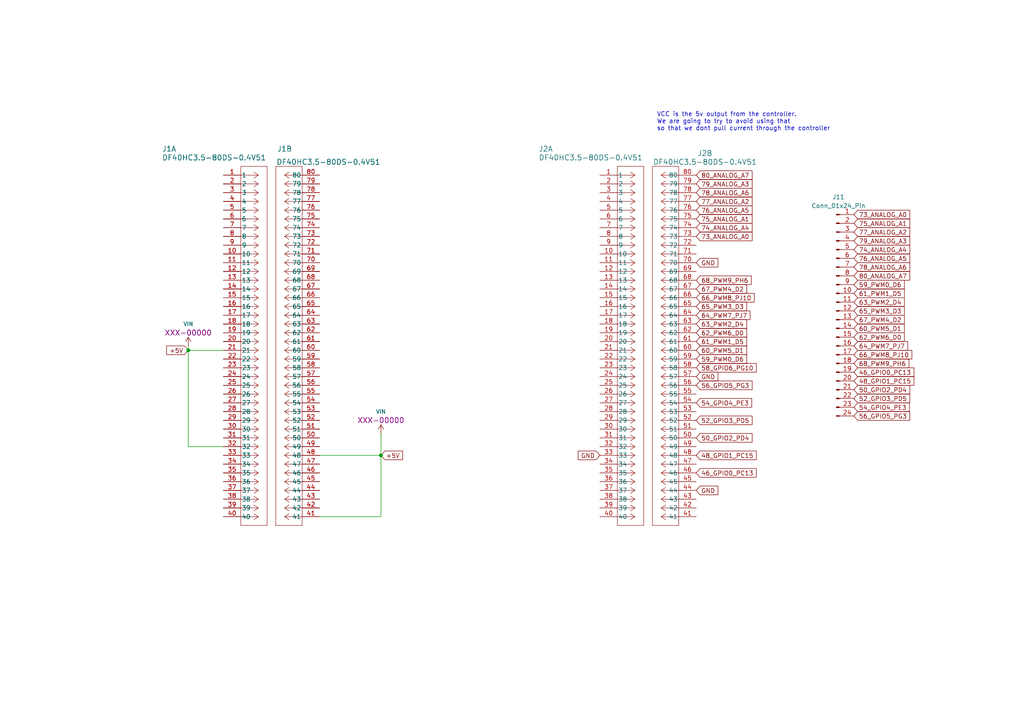
<source format=kicad_sch>
(kicad_sch (version 20231120) (generator "eeschema") (generator_version "8.0")
  (paper "A4")
  (lib_symbols
    (symbol "Connector:Conn_01x24_Pin" (pin_names (offset 1.016) hide)
      (property "Reference" "J" (at 0 30.48 0))
      (property "Value" "Conn_01x24_Pin" (at 0 -33.02 0))
      (symbol "Conn_01x24_Pin_1_1"
        (pin passive line (at 5.08 27.94 180) (length 3.81) (name "Pin_1") (number "1"))
        (pin passive line (at 5.08 5.08 180) (length 3.81) (name "Pin_10") (number "10"))
        (pin passive line (at 5.08 2.54 180) (length 3.81) (name "Pin_11") (number "11"))
        (pin passive line (at 5.08 0 180) (length 3.81) (name "Pin_12") (number "12"))
        (pin passive line (at 5.08 -2.54 180) (length 3.81) (name "Pin_13") (number "13"))
        (pin passive line (at 5.08 -5.08 180) (length 3.81) (name "Pin_14") (number "14"))
        (pin passive line (at 5.08 -7.62 180) (length 3.81) (name "Pin_15") (number "15"))
        (pin passive line (at 5.08 -10.16 180) (length 3.81) (name "Pin_16") (number "16"))
        (pin passive line (at 5.08 -12.7 180) (length 3.81) (name "Pin_17") (number "17"))
        (pin passive line (at 5.08 -15.24 180) (length 3.81) (name "Pin_18") (number "18"))
        (pin passive line (at 5.08 -17.78 180) (length 3.81) (name "Pin_19") (number "19"))
        (pin passive line (at 5.08 25.4 180) (length 3.81) (name "Pin_2") (number "2"))
        (pin passive line (at 5.08 -20.32 180) (length 3.81) (name "Pin_20") (number "20"))
        (pin passive line (at 5.08 -22.86 180) (length 3.81) (name "Pin_21") (number "21"))
        (pin passive line (at 5.08 -25.4 180) (length 3.81) (name "Pin_22") (number "22"))
        (pin passive line (at 5.08 -27.94 180) (length 3.81) (name "Pin_23") (number "23"))
        (pin passive line (at 5.08 -30.48 180) (length 3.81) (name "Pin_24") (number "24"))
        (pin passive line (at 5.08 22.86 180) (length 3.81) (name "Pin_3") (number "3"))
        (pin passive line (at 5.08 20.32 180) (length 3.81) (name "Pin_4") (number "4"))
        (pin passive line (at 5.08 17.78 180) (length 3.81) (name "Pin_5") (number "5"))
        (pin passive line (at 5.08 15.24 180) (length 3.81) (name "Pin_6") (number "6"))
        (pin passive line (at 5.08 12.7 180) (length 3.81) (name "Pin_7") (number "7"))
        (pin passive line (at 5.08 10.16 180) (length 3.81) (name "Pin_8") (number "8"))
        (pin passive line (at 5.08 7.62 180) (length 3.81) (name "Pin_9") (number "9"))
      )
    )
    (symbol "DF40HC(3.5)-80DS-0.4V(51):DF40HC3.5-80DS-0.4V51" (pin_names (offset 0.254))
      (property "Reference" "J" (at 8.89 6.35 0))
      (property "Value" "DF40HC3.5-80DS-0.4V51" (at 0 2.54 0))
      (symbol "DF40HC3.5-80DS-0.4V51_1_1"
        (pin unspecified line (at 0 0 0) (length 5.08) (name "1") (number "1"))
        (pin unspecified line (at 0 -22.86 0) (length 5.08) (name "10") (number "10"))
        (pin unspecified line (at 0 -25.4 0) (length 5.08) (name "11") (number "11"))
        (pin unspecified line (at 0 -27.94 0) (length 5.08) (name "12") (number "12"))
        (pin unspecified line (at 0 -30.48 0) (length 5.08) (name "13") (number "13"))
        (pin unspecified line (at 0 -33.02 0) (length 5.08) (name "14") (number "14"))
        (pin unspecified line (at 0 -35.56 0) (length 5.08) (name "15") (number "15"))
        (pin unspecified line (at 0 -38.1 0) (length 5.08) (name "16") (number "16"))
        (pin unspecified line (at 0 -40.64 0) (length 5.08) (name "17") (number "17"))
        (pin unspecified line (at 0 -43.18 0) (length 5.08) (name "18") (number "18"))
        (pin unspecified line (at 0 -45.72 0) (length 5.08) (name "19") (number "19"))
        (pin unspecified line (at 0 -2.54 0) (length 5.08) (name "2") (number "2"))
        (pin unspecified line (at 0 -48.26 0) (length 5.08) (name "20") (number "20"))
        (pin unspecified line (at 0 -50.8 0) (length 5.08) (name "21") (number "21"))
        (pin unspecified line (at 0 -53.34 0) (length 5.08) (name "22") (number "22"))
        (pin unspecified line (at 0 -55.88 0) (length 5.08) (name "23") (number "23"))
        (pin unspecified line (at 0 -58.42 0) (length 5.08) (name "24") (number "24"))
        (pin unspecified line (at 0 -60.96 0) (length 5.08) (name "25") (number "25"))
        (pin unspecified line (at 0 -63.5 0) (length 5.08) (name "26") (number "26"))
        (pin unspecified line (at 0 -66.04 0) (length 5.08) (name "27") (number "27"))
        (pin unspecified line (at 0 -68.58 0) (length 5.08) (name "28") (number "28"))
        (pin unspecified line (at 0 -71.12 0) (length 5.08) (name "29") (number "29"))
        (pin unspecified line (at 0 -5.08 0) (length 5.08) (name "3") (number "3"))
        (pin unspecified line (at 0 -73.66 0) (length 5.08) (name "30") (number "30"))
        (pin unspecified line (at 0 -76.2 0) (length 5.08) (name "31") (number "31"))
        (pin unspecified line (at 0 -78.74 0) (length 5.08) (name "32") (number "32"))
        (pin unspecified line (at 0 -81.28 0) (length 5.08) (name "33") (number "33"))
        (pin unspecified line (at 0 -83.82 0) (length 5.08) (name "34") (number "34"))
        (pin unspecified line (at 0 -86.36 0) (length 5.08) (name "35") (number "35"))
        (pin unspecified line (at 0 -88.9 0) (length 5.08) (name "36") (number "36"))
        (pin unspecified line (at 0 -91.44 0) (length 5.08) (name "37") (number "37"))
        (pin unspecified line (at 0 -93.98 0) (length 5.08) (name "38") (number "38"))
        (pin unspecified line (at 0 -96.52 0) (length 5.08) (name "39") (number "39"))
        (pin unspecified line (at 0 -7.62 0) (length 5.08) (name "4") (number "4"))
        (pin unspecified line (at 0 -99.06 0) (length 5.08) (name "40") (number "40"))
        (pin unspecified line (at 0 -10.16 0) (length 5.08) (name "5") (number "5"))
        (pin unspecified line (at 0 -12.7 0) (length 5.08) (name "6") (number "6"))
        (pin unspecified line (at 0 -15.24 0) (length 5.08) (name "7") (number "7"))
        (pin unspecified line (at 0 -17.78 0) (length 5.08) (name "8") (number "8"))
        (pin unspecified line (at 0 -20.32 0) (length 5.08) (name "9") (number "9"))
      )
      (symbol "DF40HC3.5-80DS-0.4V51_1_2"
        (pin unspecified line (at 0 0 0) (length 5.08) (name "1") (number "1"))
        (pin unspecified line (at 0 -22.86 0) (length 5.08) (name "10") (number "10"))
        (pin unspecified line (at 0 -25.4 0) (length 5.08) (name "11") (number "11"))
        (pin unspecified line (at 0 -27.94 0) (length 5.08) (name "12") (number "12"))
        (pin unspecified line (at 0 -30.48 0) (length 5.08) (name "13") (number "13"))
        (pin unspecified line (at 0 -33.02 0) (length 5.08) (name "14") (number "14"))
        (pin unspecified line (at 0 -35.56 0) (length 5.08) (name "15") (number "15"))
        (pin unspecified line (at 0 -38.1 0) (length 5.08) (name "16") (number "16"))
        (pin unspecified line (at 0 -40.64 0) (length 5.08) (name "17") (number "17"))
        (pin unspecified line (at 0 -43.18 0) (length 5.08) (name "18") (number "18"))
        (pin unspecified line (at 0 -45.72 0) (length 5.08) (name "19") (number "19"))
        (pin unspecified line (at 0 -2.54 0) (length 5.08) (name "2") (number "2"))
        (pin unspecified line (at 0 -48.26 0) (length 5.08) (name "20") (number "20"))
        (pin unspecified line (at 0 -50.8 0) (length 5.08) (name "21") (number "21"))
        (pin unspecified line (at 0 -53.34 0) (length 5.08) (name "22") (number "22"))
        (pin unspecified line (at 0 -55.88 0) (length 5.08) (name "23") (number "23"))
        (pin unspecified line (at 0 -58.42 0) (length 5.08) (name "24") (number "24"))
        (pin unspecified line (at 0 -60.96 0) (length 5.08) (name "25") (number "25"))
        (pin unspecified line (at 0 -63.5 0) (length 5.08) (name "26") (number "26"))
        (pin unspecified line (at 0 -66.04 0) (length 5.08) (name "27") (number "27"))
        (pin unspecified line (at 0 -68.58 0) (length 5.08) (name "28") (number "28"))
        (pin unspecified line (at 0 -71.12 0) (length 5.08) (name "29") (number "29"))
        (pin unspecified line (at 0 -5.08 0) (length 5.08) (name "3") (number "3"))
        (pin unspecified line (at 0 -73.66 0) (length 5.08) (name "30") (number "30"))
        (pin unspecified line (at 0 -76.2 0) (length 5.08) (name "31") (number "31"))
        (pin unspecified line (at 0 -78.74 0) (length 5.08) (name "32") (number "32"))
        (pin unspecified line (at 0 -81.28 0) (length 5.08) (name "33") (number "33"))
        (pin unspecified line (at 0 -83.82 0) (length 5.08) (name "34") (number "34"))
        (pin unspecified line (at 0 -86.36 0) (length 5.08) (name "35") (number "35"))
        (pin unspecified line (at 0 -88.9 0) (length 5.08) (name "36") (number "36"))
        (pin unspecified line (at 0 -91.44 0) (length 5.08) (name "37") (number "37"))
        (pin unspecified line (at 0 -93.98 0) (length 5.08) (name "38") (number "38"))
        (pin unspecified line (at 0 -96.52 0) (length 5.08) (name "39") (number "39"))
        (pin unspecified line (at 0 -7.62 0) (length 5.08) (name "4") (number "4"))
        (pin unspecified line (at 0 -99.06 0) (length 5.08) (name "40") (number "40"))
        (pin unspecified line (at 0 -10.16 0) (length 5.08) (name "5") (number "5"))
        (pin unspecified line (at 0 -12.7 0) (length 5.08) (name "6") (number "6"))
        (pin unspecified line (at 0 -15.24 0) (length 5.08) (name "7") (number "7"))
        (pin unspecified line (at 0 -17.78 0) (length 5.08) (name "8") (number "8"))
        (pin unspecified line (at 0 -20.32 0) (length 5.08) (name "9") (number "9"))
      )
      (symbol "DF40HC3.5-80DS-0.4V51_2_1"
        (pin unspecified line (at 0 0 0) (length 5.08) (name "41") (number "41"))
        (pin unspecified line (at 0 -2.54 0) (length 5.08) (name "42") (number "42"))
        (pin unspecified line (at 0 -5.08 0) (length 5.08) (name "43") (number "43"))
        (pin unspecified line (at 0 -7.62 0) (length 5.08) (name "44") (number "44"))
        (pin unspecified line (at 0 -10.16 0) (length 5.08) (name "45") (number "45"))
        (pin unspecified line (at 0 -12.7 0) (length 5.08) (name "46") (number "46"))
        (pin unspecified line (at 0 -15.24 0) (length 5.08) (name "47") (number "47"))
        (pin unspecified line (at 0 -17.78 0) (length 5.08) (name "48") (number "48"))
        (pin unspecified line (at 0 -20.32 0) (length 5.08) (name "49") (number "49"))
        (pin unspecified line (at 0 -22.86 0) (length 5.08) (name "50") (number "50"))
        (pin unspecified line (at 0 -25.4 0) (length 5.08) (name "51") (number "51"))
        (pin unspecified line (at 0 -27.94 0) (length 5.08) (name "52") (number "52"))
        (pin unspecified line (at 0 -30.48 0) (length 5.08) (name "53") (number "53"))
        (pin unspecified line (at 0 -33.02 0) (length 5.08) (name "54") (number "54"))
        (pin unspecified line (at 0 -35.56 0) (length 5.08) (name "55") (number "55"))
        (pin unspecified line (at 0 -38.1 0) (length 5.08) (name "56") (number "56"))
        (pin unspecified line (at 0 -40.64 0) (length 5.08) (name "57") (number "57"))
        (pin unspecified line (at 0 -43.18 0) (length 5.08) (name "58") (number "58"))
        (pin unspecified line (at 0 -45.72 0) (length 5.08) (name "59") (number "59"))
        (pin unspecified line (at 0 -48.26 0) (length 5.08) (name "60") (number "60"))
        (pin unspecified line (at 0 -50.8 0) (length 5.08) (name "61") (number "61"))
        (pin unspecified line (at 0 -53.34 0) (length 5.08) (name "62") (number "62"))
        (pin unspecified line (at 0 -55.88 0) (length 5.08) (name "63") (number "63"))
        (pin unspecified line (at 0 -58.42 0) (length 5.08) (name "64") (number "64"))
        (pin unspecified line (at 0 -60.96 0) (length 5.08) (name "65") (number "65"))
        (pin unspecified line (at 0 -63.5 0) (length 5.08) (name "66") (number "66"))
        (pin unspecified line (at 0 -66.04 0) (length 5.08) (name "67") (number "67"))
        (pin unspecified line (at 0 -68.58 0) (length 5.08) (name "68") (number "68"))
        (pin unspecified line (at 0 -71.12 0) (length 5.08) (name "69") (number "69"))
        (pin unspecified line (at 0 -73.66 0) (length 5.08) (name "70") (number "70"))
        (pin unspecified line (at 0 -76.2 0) (length 5.08) (name "71") (number "71"))
        (pin unspecified line (at 0 -78.74 0) (length 5.08) (name "72") (number "72"))
        (pin unspecified line (at 0 -81.28 0) (length 5.08) (name "73") (number "73"))
        (pin unspecified line (at 0 -83.82 0) (length 5.08) (name "74") (number "74"))
        (pin unspecified line (at 0 -86.36 0) (length 5.08) (name "75") (number "75"))
        (pin unspecified line (at 0 -88.9 0) (length 5.08) (name "76") (number "76"))
        (pin unspecified line (at 0 -91.44 0) (length 5.08) (name "77") (number "77"))
        (pin unspecified line (at 0 -93.98 0) (length 5.08) (name "78") (number "78"))
        (pin unspecified line (at 0 -96.52 0) (length 5.08) (name "79") (number "79"))
        (pin unspecified line (at 0 -99.06 0) (length 5.08) (name "80") (number "80"))
      )
      (symbol "DF40HC3.5-80DS-0.4V51_2_2"
        (pin unspecified line (at 0 0 0) (length 5.08) (name "41") (number "41"))
        (pin unspecified line (at 0 -2.54 0) (length 5.08) (name "42") (number "42"))
        (pin unspecified line (at 0 -5.08 0) (length 5.08) (name "43") (number "43"))
        (pin unspecified line (at 0 -7.62 0) (length 5.08) (name "44") (number "44"))
        (pin unspecified line (at 0 -10.16 0) (length 5.08) (name "45") (number "45"))
        (pin unspecified line (at 0 -12.7 0) (length 5.08) (name "46") (number "46"))
        (pin unspecified line (at 0 -15.24 0) (length 5.08) (name "47") (number "47"))
        (pin unspecified line (at 0 -17.78 0) (length 5.08) (name "48") (number "48"))
        (pin unspecified line (at 0 -20.32 0) (length 5.08) (name "49") (number "49"))
        (pin unspecified line (at 0 -22.86 0) (length 5.08) (name "50") (number "50"))
        (pin unspecified line (at 0 -25.4 0) (length 5.08) (name "51") (number "51"))
        (pin unspecified line (at 0 -27.94 0) (length 5.08) (name "52") (number "52"))
        (pin unspecified line (at 0 -30.48 0) (length 5.08) (name "53") (number "53"))
        (pin unspecified line (at 0 -33.02 0) (length 5.08) (name "54") (number "54"))
        (pin unspecified line (at 0 -35.56 0) (length 5.08) (name "55") (number "55"))
        (pin unspecified line (at 0 -38.1 0) (length 5.08) (name "56") (number "56"))
        (pin unspecified line (at 0 -40.64 0) (length 5.08) (name "57") (number "57"))
        (pin unspecified line (at 0 -43.18 0) (length 5.08) (name "58") (number "58"))
        (pin unspecified line (at 0 -45.72 0) (length 5.08) (name "59") (number "59"))
        (pin unspecified line (at 0 -48.26 0) (length 5.08) (name "60") (number "60"))
        (pin unspecified line (at 0 -50.8 0) (length 5.08) (name "61") (number "61"))
        (pin unspecified line (at 0 -53.34 0) (length 5.08) (name "62") (number "62"))
        (pin unspecified line (at 0 -55.88 0) (length 5.08) (name "63") (number "63"))
        (pin unspecified line (at 0 -58.42 0) (length 5.08) (name "64") (number "64"))
        (pin unspecified line (at 0 -60.96 0) (length 5.08) (name "65") (number "65"))
        (pin unspecified line (at 0 -63.5 0) (length 5.08) (name "66") (number "66"))
        (pin unspecified line (at 0 -66.04 0) (length 5.08) (name "67") (number "67"))
        (pin unspecified line (at 0 -68.58 0) (length 5.08) (name "68") (number "68"))
        (pin unspecified line (at 0 -71.12 0) (length 5.08) (name "69") (number "69"))
        (pin unspecified line (at 0 -73.66 0) (length 5.08) (name "70") (number "70"))
        (pin unspecified line (at 0 -76.2 0) (length 5.08) (name "71") (number "71"))
        (pin unspecified line (at 0 -78.74 0) (length 5.08) (name "72") (number "72"))
        (pin unspecified line (at 0 -81.28 0) (length 5.08) (name "73") (number "73"))
        (pin unspecified line (at 0 -83.82 0) (length 5.08) (name "74") (number "74"))
        (pin unspecified line (at 0 -86.36 0) (length 5.08) (name "75") (number "75"))
        (pin unspecified line (at 0 -88.9 0) (length 5.08) (name "76") (number "76"))
        (pin unspecified line (at 0 -91.44 0) (length 5.08) (name "77") (number "77"))
        (pin unspecified line (at 0 -93.98 0) (length 5.08) (name "78") (number "78"))
        (pin unspecified line (at 0 -96.52 0) (length 5.08) (name "79") (number "79"))
        (pin unspecified line (at 0 -99.06 0) (length 5.08) (name "80") (number "80"))
      )
    )
    (symbol "SparkFun-PowerSymbols:VIN" (power) (pin_numbers hide) (pin_names (offset 1.016) hide)
      (property "Value" "VIN" (at -1.27 3.81 0))
      (property "Footprint" "XXX-00000" (at 0 7.62 0))
      (symbol "VIN_1_1"
        (pin power_in line (at 0 0 90) (length 0) hide (name "VIN") (number "~"))
      )
    )
  )
  (junction (at 54.61 101.6))
  (junction (at 110.49 132.08))
  (wire (pts (xy 110.49 132.08) (xy 110.49 125.73)))
  (wire (pts (xy 54.61 101.6) (xy 54.61 129.54)))
  (wire (pts (xy 54.61 100.33) (xy 54.61 101.6)))
  (wire (pts (xy 92.71 132.08) (xy 110.49 132.08)))
  (wire (pts (xy 64.77 129.54) (xy 54.61 129.54)))
  (wire (pts (xy 92.71 149.86) (xy 110.49 149.86)))
  (wire (pts (xy 54.61 101.6) (xy 64.77 101.6)))
  (wire (pts (xy 110.49 149.86) (xy 110.49 132.08)))
  (text "VCC is the 5v output from the controller.\nWe are going to try to avoid using that \nso that we dont pull current through the controller" (at 190.5 38.1 0) (effects (font (size 1.27 1.27)) (justify left bottom)))
  (global_label "66_PWM8_PJ10" (shape input) (at 201.93 86.36 0) (property "Intersheetrefs" "${INTERSHEET_REFS}" (at 219.3083 86.36 0) (effects (justify left))))
  (global_label "80_ANALOG_A7" (shape input) (at 201.93 50.8 0) (property "Intersheetrefs" "${INTERSHEET_REFS}" (at 218.7038 50.8 0) (effects (justify left))))
  (global_label "GND" (shape input) (at 201.93 76.2 0) (property "Intersheetrefs" "${INTERSHEET_REFS}" (at 208.7063 76.2 0) (effects (justify left))))
  (global_label "50_GPIO2_PD4" (shape input) (at 201.93 127 0) (property "Intersheetrefs" "${INTERSHEET_REFS}" (at 218.7037 127 0) (effects (justify left))))
  (global_label "52_GPIO3_PD5" (shape input) (at 201.93 121.92 0) (property "Intersheetrefs" "${INTERSHEET_REFS}" (at 218.7037 121.92 0) (effects (justify left))))
  (global_label "74_ANALOG_A4" (shape input) (at 201.93 66.04 0) (property "Intersheetrefs" "${INTERSHEET_REFS}" (at 218.7038 66.04 0) (effects (justify left))))
  (global_label "79_ANALOG_A3" (shape input) (at 247.65 69.85 0) (property "Intersheetrefs" "${INTERSHEET_REFS}" (at 264.4238 69.85 0) (effects (justify left))))
  (global_label "77_ANALOG_A2" (shape input) (at 201.93 58.42 0) (property "Intersheetrefs" "${INTERSHEET_REFS}" (at 218.7038 58.42 0) (effects (justify left))))
  (global_label "80_ANALOG_A7" (shape input) (at 247.65 80.01 0) (property "Intersheetrefs" "${INTERSHEET_REFS}" (at 264.4238 80.01 0) (effects (justify left))))
  (global_label "64_PWM7_PJ7" (shape input) (at 247.65 100.33 0) (property "Intersheetrefs" "${INTERSHEET_REFS}" (at 263.8188 100.33 0) (effects (justify left))))
  (global_label "79_ANALOG_A3" (shape input) (at 201.93 53.34 0) (property "Intersheetrefs" "${INTERSHEET_REFS}" (at 218.7038 53.34 0) (effects (justify left))))
  (global_label "75_ANALOG_A1" (shape input) (at 201.93 63.5 0) (property "Intersheetrefs" "${INTERSHEET_REFS}" (at 218.7038 63.5 0) (effects (justify left))))
  (global_label "65_PWM3_D3" (shape input) (at 247.65 90.17 0) (property "Intersheetrefs" "${INTERSHEET_REFS}" (at 262.8512 90.17 0) (effects (justify left))))
  (global_label "GND" (shape input) (at 201.93 109.22 0) (property "Intersheetrefs" "${INTERSHEET_REFS}" (at 208.7063 109.22 0) (effects (justify left))))
  (global_label "63_PWM2_D4" (shape input) (at 247.65 87.63 0) (property "Intersheetrefs" "${INTERSHEET_REFS}" (at 262.8512 87.63 0) (effects (justify left))))
  (global_label "65_PWM3_D3" (shape input) (at 201.93 88.9 0) (property "Intersheetrefs" "${INTERSHEET_REFS}" (at 217.1312 88.9 0) (effects (justify left))))
  (global_label "62_PWM6_D0" (shape input) (at 247.65 97.79 0) (property "Intersheetrefs" "${INTERSHEET_REFS}" (at 262.8512 97.79 0) (effects (justify left))))
  (global_label "60_PWM5_D1" (shape input) (at 247.65 95.25 0) (property "Intersheetrefs" "${INTERSHEET_REFS}" (at 262.8512 95.25 0) (effects (justify left))))
  (global_label "64_PWM7_PJ7" (shape input) (at 201.93 91.44 0) (property "Intersheetrefs" "${INTERSHEET_REFS}" (at 218.0988 91.44 0) (effects (justify left))))
  (global_label "56_GPIO5_PG3" (shape input) (at 247.65 120.65 0) (property "Intersheetrefs" "${INTERSHEET_REFS}" (at 264.4237 120.65 0) (effects (justify left))))
  (global_label "54_GPIO4_PE3" (shape input) (at 247.65 118.11 0) (property "Intersheetrefs" "${INTERSHEET_REFS}" (at 264.3027 118.11 0) (effects (justify left))))
  (global_label "48_GPIO1_PC15" (shape input) (at 201.93 132.08 0) (property "Intersheetrefs" "${INTERSHEET_REFS}" (at 219.9132 132.08 0) (effects (justify left))))
  (global_label "61_PWM1_D5" (shape input) (at 201.93 99.06 0) (property "Intersheetrefs" "${INTERSHEET_REFS}" (at 217.1312 99.06 0) (effects (justify left))))
  (global_label "61_PWM1_D5" (shape input) (at 247.65 85.09 0) (property "Intersheetrefs" "${INTERSHEET_REFS}" (at 262.8512 85.09 0) (effects (justify left))))
  (global_label "+5V" (shape input) (at 54.61 101.6 180) (property "Intersheetrefs" "${INTERSHEET_REFS}" (at 47.8337 101.6 0) (effects (justify right))))
  (global_label "78_ANALOG_A6" (shape input) (at 247.65 77.47 0) (property "Intersheetrefs" "${INTERSHEET_REFS}" (at 264.4238 77.47 0) (effects (justify left))))
  (global_label "59_PWM0_D6" (shape input) (at 247.65 82.55 0) (property "Intersheetrefs" "${INTERSHEET_REFS}" (at 262.8512 82.55 0) (effects (justify left))))
  (global_label "GND" (shape input) (at 201.93 142.24 0) (property "Intersheetrefs" "${INTERSHEET_REFS}" (at 208.7063 142.24 0) (effects (justify left))))
  (global_label "77_ANALOG_A2" (shape input) (at 247.65 67.31 0) (property "Intersheetrefs" "${INTERSHEET_REFS}" (at 264.4238 67.31 0) (effects (justify left))))
  (global_label "75_ANALOG_A1" (shape input) (at 247.65 64.77 0) (property "Intersheetrefs" "${INTERSHEET_REFS}" (at 264.4238 64.77 0) (effects (justify left))))
  (global_label "76_ANALOG_A5" (shape input) (at 201.93 60.96 0) (property "Intersheetrefs" "${INTERSHEET_REFS}" (at 218.7038 60.96 0) (effects (justify left))))
  (global_label "62_PWM6_D0" (shape input) (at 201.93 96.52 0) (property "Intersheetrefs" "${INTERSHEET_REFS}" (at 217.1312 96.52 0) (effects (justify left))))
  (global_label "GND" (shape input) (at 173.99 132.08 180) (property "Intersheetrefs" "${INTERSHEET_REFS}" (at 167.1343 132.08 0) (effects (justify right))))
  (global_label "48_GPIO1_PC15" (shape input) (at 247.65 110.49 0) (property "Intersheetrefs" "${INTERSHEET_REFS}" (at 265.6332 110.49 0) (effects (justify left))))
  (global_label "74_ANALOG_A4" (shape input) (at 247.65 72.39 0) (property "Intersheetrefs" "${INTERSHEET_REFS}" (at 264.4238 72.39 0) (effects (justify left))))
  (global_label "+5V" (shape input) (at 110.49 132.08 0) (property "Intersheetrefs" "${INTERSHEET_REFS}" (at 117.2663 132.08 0) (effects (justify left))))
  (global_label "52_GPIO3_PD5" (shape input) (at 247.65 115.57 0) (property "Intersheetrefs" "${INTERSHEET_REFS}" (at 264.4237 115.57 0) (effects (justify left))))
  (global_label "76_ANALOG_A5" (shape input) (at 247.65 74.93 0) (property "Intersheetrefs" "${INTERSHEET_REFS}" (at 264.4238 74.93 0) (effects (justify left))))
  (global_label "67_PWM4_D2" (shape input) (at 201.93 83.82 0) (property "Intersheetrefs" "${INTERSHEET_REFS}" (at 217.1312 83.82 0) (effects (justify left))))
  (global_label "60_PWM5_D1" (shape input) (at 201.93 101.6 0) (property "Intersheetrefs" "${INTERSHEET_REFS}" (at 217.1312 101.6 0) (effects (justify left))))
  (global_label "66_PWM8_PJ10" (shape input) (at 247.65 102.87 0) (property "Intersheetrefs" "${INTERSHEET_REFS}" (at 265.0283 102.87 0) (effects (justify left))))
  (global_label "50_GPIO2_PD4" (shape input) (at 247.65 113.03 0) (property "Intersheetrefs" "${INTERSHEET_REFS}" (at 264.4237 113.03 0) (effects (justify left))))
  (global_label "67_PWM4_D2" (shape input) (at 247.65 92.71 0) (property "Intersheetrefs" "${INTERSHEET_REFS}" (at 262.8512 92.71 0) (effects (justify left))))
  (global_label "68_PWM9_PH6" (shape input) (at 247.65 105.41 0) (property "Intersheetrefs" "${INTERSHEET_REFS}" (at 264.1817 105.41 0) (effects (justify left))))
  (global_label "58_GPIO6_PG10" (shape input) (at 201.93 106.68 0) (property "Intersheetrefs" "${INTERSHEET_REFS}" (at 219.9132 106.68 0) (effects (justify left))))
  (global_label "56_GPIO5_PG3" (shape input) (at 201.93 111.76 0) (property "Intersheetrefs" "${INTERSHEET_REFS}" (at 218.7037 111.76 0) (effects (justify left))))
  (global_label "46_GPIO0_PC13" (shape input) (at 247.65 107.95 0) (property "Intersheetrefs" "${INTERSHEET_REFS}" (at 265.6332 107.95 0) (effects (justify left))))
  (global_label "59_PWM0_D6" (shape input) (at 201.93 104.14 0) (property "Intersheetrefs" "${INTERSHEET_REFS}" (at 217.1312 104.14 0) (effects (justify left))))
  (global_label "63_PWM2_D4" (shape input) (at 201.93 93.98 0) (property "Intersheetrefs" "${INTERSHEET_REFS}" (at 217.1312 93.98 0) (effects (justify left))))
  (global_label "54_GPIO4_PE3" (shape input) (at 201.93 116.84 0) (property "Intersheetrefs" "${INTERSHEET_REFS}" (at 218.5827 116.84 0) (effects (justify left))))
  (global_label "68_PWM9_PH6" (shape input) (at 201.93 81.28 0) (property "Intersheetrefs" "${INTERSHEET_REFS}" (at 218.4617 81.28 0) (effects (justify left))))
  (global_label "73_ANALOG_A0" (shape input) (at 201.93 68.58 0) (property "Intersheetrefs" "${INTERSHEET_REFS}" (at 218.7038 68.58 0) (effects (justify left))))
  (global_label "46_GPIO0_PC13" (shape input) (at 201.93 137.16 0) (property "Intersheetrefs" "${INTERSHEET_REFS}" (at 219.9132 137.16 0) (effects (justify left))))
  (global_label "73_ANALOG_A0" (shape input) (at 247.65 62.23 0) (property "Intersheetrefs" "${INTERSHEET_REFS}" (at 264.4238 62.23 0) (effects (justify left))))
  (global_label "78_ANALOG_A6" (shape input) (at 201.93 55.88 0) (property "Intersheetrefs" "${INTERSHEET_REFS}" (at 218.7038 55.88 0) (effects (justify left))))
  (symbol (lib_id "SparkFun-PowerSymbols:VIN") (at 110.49 125.73 0) (unit 1)
    (property "Reference" "#SUPPLY01" (effects (hide yes)))
    (property "Value" "VIN" (at 110.49 119.38 0) (effects (font (size 1.143 1.143))))
    (property "Footprint" "XXX-00000" (at 110.49 121.92 0) (effects (font (size 1.524 1.524))))
  )
  (symbol (lib_id "DF40HC(3.5)-80DS-0.4V(51):DF40HC3.5-80DS-0.4V51") (at 173.99 50.8 0) (unit 1)
    (property "Reference" "J2" (at 156.21 43.18 0) (effects (font (size 1.524 1.524)) (justify left)))
    (property "Value" "DF40HC3.5-80DS-0.4V51" (at 156.21 45.72 0) (effects (font (size 1.524 1.524)) (justify left)))
    (property "Footprint" "DF40HC3580DS04V58:DF40HC3580DS04V58" (effects (hide yes)))
    (property "Datasheet" "DF40HC3.5-80DS-0.4V51" (effects (hide yes)))
  )
  (symbol (lib_id "SparkFun-PowerSymbols:VIN") (at 54.61 100.33 0) (unit 1)
    (property "Reference" "#SUPPLY02" (effects (hide yes)))
    (property "Value" "VIN" (at 54.61 93.98 0) (effects (font (size 1.143 1.143))))
    (property "Footprint" "XXX-00000" (at 54.61 96.52 0) (effects (font (size 1.524 1.524))))
  )
  (symbol (lib_id "DF40HC(3.5)-80DS-0.4V(51):DF40HC3.5-80DS-0.4V51") (at 92.71 149.86 180) (unit 2)
    (property "Reference" "J1" (at 82.55 43.18 0) (effects (font (size 1.524 1.524))))
    (property "Value" "DF40HC3.5-80DS-0.4V51" (at 95.25 46.99 0) (effects (font (size 1.524 1.524))))
    (property "Footprint" "DF40HC3580DS04V58:DF40HC3580DS04V58" (effects (hide yes)))
    (property "Datasheet" "DF40HC3.5-80DS-0.4V51" (effects (hide yes)))
  )
  (symbol (lib_id "Connector:Conn_01x24_Pin") (at 242.57 90.17 0) (unit 1)
    (property "Reference" "J11" (at 243.205 57.15 0))
    (property "Value" "Conn_01x24_Pin" (at 243.205 59.69 0))
    (property "Footprint" "Connector_PinHeader_2.54mm:PinHeader_1x24_P2.54mm_Vertical" (effects (hide yes)))
  )
  (symbol (lib_id "DF40HC(3.5)-80DS-0.4V(51):DF40HC3.5-80DS-0.4V51") (at 201.93 149.86 180) (unit 2)
    (property "Reference" "J2" (at 204.47 44.45 0) (effects (font (size 1.524 1.524))))
    (property "Value" "DF40HC3.5-80DS-0.4V51" (at 204.47 46.99 0) (effects (font (size 1.524 1.524))))
    (property "Footprint" "DF40HC3580DS04V58:DF40HC3580DS04V58" (effects (hide yes)))
    (property "Datasheet" "DF40HC3.5-80DS-0.4V51" (effects (hide yes)))
  )
  (symbol (lib_id "DF40HC(3.5)-80DS-0.4V(51):DF40HC3.5-80DS-0.4V51") (at 64.77 50.8 0) (unit 1)
    (property "Reference" "J1" (at 46.99 43.18 0) (effects (font (size 1.524 1.524)) (justify left)))
    (property "Value" "DF40HC3.5-80DS-0.4V51" (at 46.99 45.72 0) (effects (font (size 1.524 1.524)) (justify left)))
    (property "Footprint" "DF40HC3580DS04V58:DF40HC3580DS04V58" (effects (hide yes)))
    (property "Datasheet" "DF40HC3.5-80DS-0.4V51" (effects (hide yes)))
  )
)
</source>
